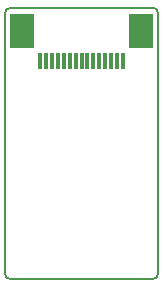
<source format=gtp>
%TF.GenerationSoftware,KiCad,Pcbnew,(6.0.0-rc1-dev-1-g01c5bdfb8)*%
%TF.CreationDate,2019-02-26T15:43:23+01:00*%
%TF.ProjectId,printhead_connector,7072696E74686561645F636F6E6E6563,rev?*%
%TF.SameCoordinates,Original*%
%TF.FileFunction,Paste,Top*%
%TF.FilePolarity,Positive*%
%FSLAX46Y46*%
G04 Gerber Fmt 4.6, Leading zero omitted, Abs format (unit mm)*
G04 Created by KiCad (PCBNEW (6.0.0-rc1-dev-1-g01c5bdfb8)) date Tue Feb 26 15:43:23 2019*
%MOMM*%
%LPD*%
G01*
G04 APERTURE LIST*
%ADD10C,0.150000*%
%ADD11R,2.000000X3.000000*%
%ADD12R,0.300000X1.450000*%
G04 APERTURE END LIST*
D10*
X93500000Y-85500000D02*
G75*
G02X94000000Y-85000000I500000J0D01*
G01*
X106000000Y-85000000D02*
G75*
G02X106500000Y-85500000I0J-500000D01*
G01*
X106500000Y-107500000D02*
G75*
G02X106000000Y-108000000I-500000J0D01*
G01*
X94000000Y-108000000D02*
G75*
G02X93500000Y-107500000I0J500000D01*
G01*
X93500000Y-107500000D02*
X93500000Y-85500000D01*
X106000000Y-108000000D02*
X94000000Y-108000000D01*
X106500000Y-85500000D02*
X106500000Y-107500000D01*
X94000000Y-85000000D02*
X106000000Y-85000000D01*
D11*
X95000000Y-87000000D03*
X105000000Y-87000000D03*
D12*
X96500000Y-89500000D03*
X97000000Y-89500000D03*
X97500000Y-89500000D03*
X98000000Y-89500000D03*
X98500000Y-89500000D03*
X99000000Y-89500000D03*
X99500000Y-89500000D03*
X100000000Y-89500000D03*
X100500000Y-89500000D03*
X101000000Y-89500000D03*
X101500000Y-89500000D03*
X102000000Y-89500000D03*
X102500000Y-89500000D03*
X103000000Y-89500000D03*
X103500000Y-89500000D03*
M02*

</source>
